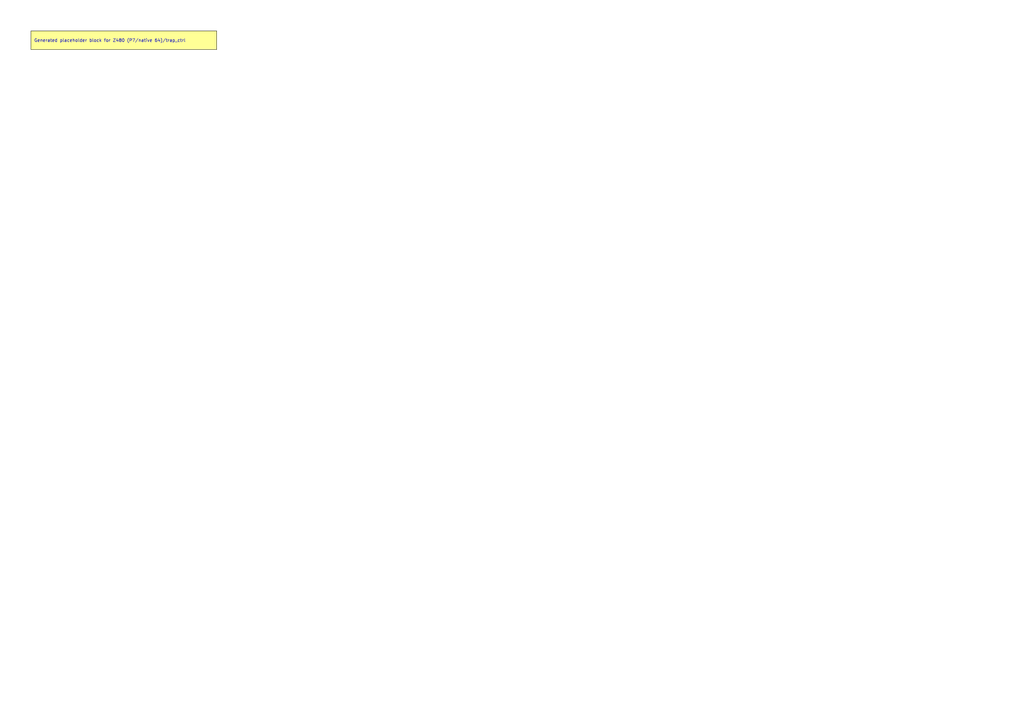
<source format=kicad_sch>
(kicad_sch
	(version 20250114)
	(generator "kicadgen")
	(generator_version "0.2")
	(uuid "6fc89a1a-1205-50b0-993c-fdb440bbfc52")
	(paper "A3")
	(title_block
		(title "Z480 (P7/native 64)::trap_ctrl")
		(company "Project Carbon")
		(comment 1 "Generated - do not edit in generated/")
		(comment 2 "Edit in schem/kicad9/manual/ or refine mapping specs")
	)
	(lib_symbols)
	(text_box
		"Generated placeholder block for Z480 (P7/native 64)/trap_ctrl"
		(exclude_from_sim no)
		(at
			12.7
			12.7
			0
		)
		(size 76.2 7.62)
		(margins
			1.27
			1.27
			1.27
			1.27
		)
		(stroke
			(width 0)
			(type default)
			(color
				0
				0
				0
				1
			)
		)
		(fill
			(type color)
			(color
				255
				255
				150
				1
			)
		)
		(effects
			(font
				(size 1.27 1.27)
			)
			(justify left)
		)
		(uuid "312652a7-fae0-5202-a1b2-564b6e82bd87")
	)
	(sheet_instances
		(path
			"/"
			(page "1")
		)
	)
	(embedded_fonts no)
)

</source>
